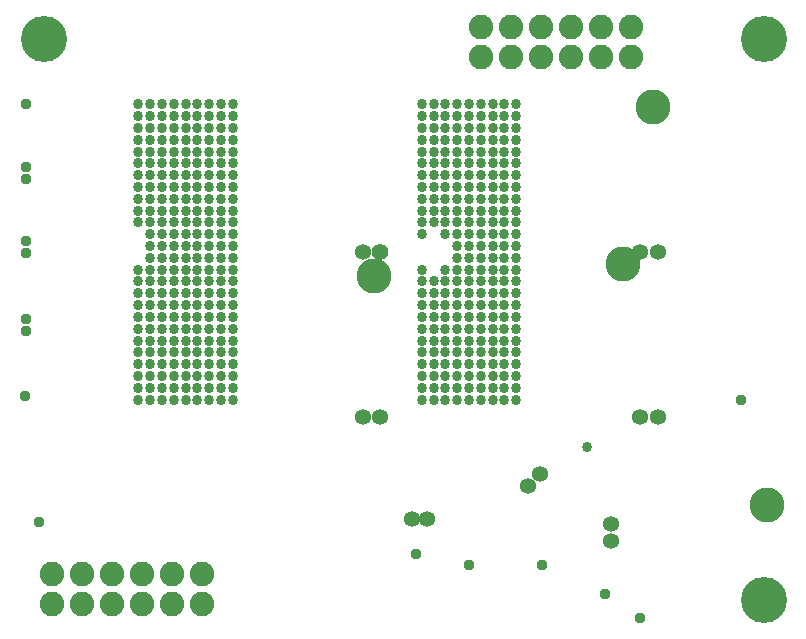
<source format=gbr>
G04 EAGLE Gerber RS-274X export*
G75*
%MOMM*%
%FSLAX34Y34*%
%LPD*%
%INSoldermask Bottom*%
%IPPOS*%
%AMOC8*
5,1,8,0,0,1.08239X$1,22.5*%
G01*
%ADD10C,2.963200*%
%ADD11C,2.082800*%
%ADD12C,3.903200*%
%ADD13C,0.859600*%
%ADD14C,0.959600*%
%ADD15C,1.409600*%
%ADD16C,1.359600*%


D10*
X320000Y315000D03*
X530000Y325000D03*
X556000Y458000D03*
X652000Y121000D03*
D11*
X47000Y37000D03*
X47000Y62400D03*
X72400Y37000D03*
X72400Y62400D03*
X97800Y37000D03*
X97800Y62400D03*
X123200Y37000D03*
X123200Y62400D03*
X148600Y37000D03*
X148600Y62400D03*
X174000Y37000D03*
X174000Y62400D03*
X410000Y500000D03*
X410000Y525400D03*
X435400Y500000D03*
X435400Y525400D03*
X460800Y500000D03*
X460800Y525400D03*
X486200Y500000D03*
X486200Y525400D03*
X511600Y500000D03*
X511600Y525400D03*
X537000Y500000D03*
X537000Y525400D03*
D12*
X650000Y40000D03*
X40000Y515000D03*
X650000Y515000D03*
D13*
X360000Y460000D03*
X360000Y450000D03*
X360000Y440000D03*
X360000Y430000D03*
X360000Y420000D03*
X360000Y410000D03*
X360000Y400000D03*
X360000Y390000D03*
X360000Y380000D03*
X360000Y370000D03*
X360000Y360000D03*
X360000Y350000D03*
X370000Y360000D03*
X370000Y370000D03*
X370000Y380000D03*
X370000Y390000D03*
X370000Y400000D03*
X370000Y410000D03*
X370000Y420000D03*
X370000Y430000D03*
X370000Y440000D03*
X370000Y450000D03*
X370000Y460000D03*
X380000Y460000D03*
X380000Y450000D03*
X380000Y440000D03*
X380000Y430000D03*
X380000Y420000D03*
X380000Y410000D03*
X380000Y400000D03*
X380000Y390000D03*
X380000Y380000D03*
X380000Y370000D03*
X380000Y360000D03*
X380000Y350000D03*
X390000Y460000D03*
X390000Y450000D03*
X390000Y440000D03*
X390000Y430000D03*
X390000Y420000D03*
X390000Y410000D03*
X390000Y400000D03*
X390000Y390000D03*
X390000Y380000D03*
X390000Y370000D03*
X390000Y360000D03*
X390000Y350000D03*
X390000Y340000D03*
X400000Y340000D03*
X400000Y350000D03*
X400000Y360000D03*
X400000Y370000D03*
X400000Y380000D03*
X400000Y390000D03*
X400000Y400000D03*
X400000Y410000D03*
X400000Y420000D03*
X400000Y430000D03*
X400000Y440000D03*
X400000Y450000D03*
X400000Y460000D03*
X410000Y460000D03*
X410000Y450000D03*
X410000Y440000D03*
X410000Y430000D03*
X410000Y420000D03*
X410000Y410000D03*
X410000Y400000D03*
X410000Y390000D03*
X410000Y380000D03*
X410000Y370000D03*
X410000Y360000D03*
X410000Y350000D03*
X410000Y340000D03*
X420000Y460000D03*
X420000Y450000D03*
X420000Y440000D03*
X420000Y430000D03*
X420000Y420000D03*
X420000Y410000D03*
X420000Y400000D03*
X420000Y390000D03*
X420000Y380000D03*
X420000Y370000D03*
X420000Y360000D03*
X420000Y350000D03*
X420000Y340000D03*
X430000Y340000D03*
X430000Y350000D03*
X430000Y360000D03*
X430000Y370000D03*
X430000Y380000D03*
X430000Y390000D03*
X430000Y400000D03*
X430000Y410000D03*
X430000Y420000D03*
X430000Y430000D03*
X430000Y440000D03*
X430000Y450000D03*
X430000Y460000D03*
X440000Y460000D03*
X440000Y450000D03*
X440000Y440000D03*
X440000Y430000D03*
X440000Y420000D03*
X440000Y410000D03*
X440000Y400000D03*
X440000Y390000D03*
X440000Y380000D03*
X440000Y370000D03*
X440000Y360000D03*
X440000Y350000D03*
X440000Y340000D03*
X360000Y320000D03*
X360000Y310000D03*
X360000Y300000D03*
X360000Y290000D03*
X360000Y280000D03*
X360000Y270000D03*
X360000Y260000D03*
X360000Y250000D03*
X360000Y240000D03*
X360000Y230000D03*
X360000Y220000D03*
X360000Y210000D03*
X370000Y210000D03*
X370000Y220000D03*
X370000Y230000D03*
X370000Y240000D03*
X370000Y250000D03*
X370000Y260000D03*
X370000Y270000D03*
X370000Y280000D03*
X370000Y290000D03*
X370000Y300000D03*
X370000Y310000D03*
X380000Y320000D03*
X380000Y310000D03*
X380000Y300000D03*
X380000Y290000D03*
X380000Y280000D03*
X380000Y270000D03*
X380000Y260000D03*
X380000Y250000D03*
X380000Y240000D03*
X380000Y230000D03*
X380000Y220000D03*
X380000Y210000D03*
X390000Y330000D03*
X390000Y320000D03*
X390000Y310000D03*
X390000Y300000D03*
X390000Y290000D03*
X390000Y280000D03*
X390000Y270000D03*
X390000Y260000D03*
X390000Y250000D03*
X390000Y240000D03*
X390000Y230000D03*
X390000Y220000D03*
X390000Y210000D03*
X400000Y210000D03*
X400000Y220000D03*
X400000Y230000D03*
X400000Y240000D03*
X400000Y250000D03*
X400000Y260000D03*
X400000Y270000D03*
X400000Y280000D03*
X400000Y290000D03*
X400000Y300000D03*
X400000Y310000D03*
X400000Y320000D03*
X400000Y330000D03*
X410000Y330000D03*
X410000Y320000D03*
X410000Y310000D03*
X410000Y300000D03*
X410000Y290000D03*
X410000Y280000D03*
X410000Y270000D03*
X410000Y260000D03*
X410000Y250000D03*
X410000Y240000D03*
X410000Y230000D03*
X410000Y220000D03*
X410000Y210000D03*
X420000Y330000D03*
X420000Y320000D03*
X420000Y310000D03*
X420000Y300000D03*
X420000Y290000D03*
X420000Y280000D03*
X420000Y270000D03*
X420000Y260000D03*
X420000Y250000D03*
X420000Y240000D03*
X420000Y230000D03*
X420000Y220000D03*
X420000Y210000D03*
X430000Y210000D03*
X430000Y220000D03*
X430000Y230000D03*
X430000Y240000D03*
X430000Y250000D03*
X430000Y260000D03*
X430000Y270000D03*
X430000Y280000D03*
X430000Y290000D03*
X430000Y300000D03*
X430000Y310000D03*
X430000Y320000D03*
X430000Y330000D03*
X440000Y330000D03*
X440000Y320000D03*
X440000Y310000D03*
X440000Y300000D03*
X440000Y290000D03*
X440000Y280000D03*
X440000Y270000D03*
X440000Y260000D03*
X440000Y250000D03*
X440000Y240000D03*
X440000Y230000D03*
X440000Y220000D03*
X440000Y210000D03*
D14*
X630000Y210000D03*
D13*
X120000Y460000D03*
X120000Y450000D03*
X120000Y440000D03*
X120000Y430000D03*
X120000Y420000D03*
X120000Y410000D03*
X120000Y400000D03*
X120000Y390000D03*
X120000Y380000D03*
X120000Y370000D03*
X120000Y360000D03*
X130000Y340000D03*
X130000Y350000D03*
X130000Y360000D03*
X130000Y370000D03*
X130000Y380000D03*
X130000Y390000D03*
X130000Y400000D03*
X130000Y410000D03*
X130000Y420000D03*
X130000Y430000D03*
X130000Y440000D03*
X130000Y450000D03*
X130000Y460000D03*
X140000Y460000D03*
X140000Y450000D03*
X140000Y440000D03*
X140000Y430000D03*
X140000Y420000D03*
X140000Y410000D03*
X140000Y400000D03*
X140000Y390000D03*
X140000Y380000D03*
X140000Y370000D03*
X140000Y360000D03*
X140000Y350000D03*
X140000Y340000D03*
X150000Y460000D03*
X150000Y450000D03*
X150000Y440000D03*
X150000Y430000D03*
X150000Y420000D03*
X150000Y410000D03*
X150000Y400000D03*
X150000Y390000D03*
X150000Y380000D03*
X150000Y370000D03*
X150000Y360000D03*
X150000Y350000D03*
X150000Y340000D03*
X160000Y340000D03*
X160000Y350000D03*
X160000Y360000D03*
X160000Y370000D03*
X160000Y380000D03*
X160000Y390000D03*
X160000Y400000D03*
X160000Y410000D03*
X160000Y420000D03*
X160000Y430000D03*
X160000Y440000D03*
X160000Y450000D03*
X160000Y460000D03*
X170000Y460000D03*
X170000Y450000D03*
X170000Y440000D03*
X170000Y430000D03*
X170000Y420000D03*
X170000Y410000D03*
X170000Y400000D03*
X170000Y390000D03*
X170000Y380000D03*
X170000Y370000D03*
X170000Y360000D03*
X170000Y350000D03*
X170000Y340000D03*
X180000Y460000D03*
X180000Y450000D03*
X180000Y440000D03*
X180000Y430000D03*
X180000Y420000D03*
X180000Y410000D03*
X180000Y400000D03*
X180000Y390000D03*
X180000Y380000D03*
X180000Y370000D03*
X180000Y360000D03*
X180000Y350000D03*
X180000Y340000D03*
X190000Y340000D03*
X190000Y350000D03*
X190000Y360000D03*
X190000Y370000D03*
X190000Y380000D03*
X190000Y390000D03*
X190000Y400000D03*
X190000Y410000D03*
X190000Y420000D03*
X190000Y430000D03*
X190000Y440000D03*
X190000Y450000D03*
X190000Y460000D03*
X200000Y460000D03*
X200000Y450000D03*
X200000Y440000D03*
X200000Y430000D03*
X200000Y420000D03*
X200000Y410000D03*
X200000Y400000D03*
X200000Y390000D03*
X200000Y380000D03*
X200000Y370000D03*
X200000Y360000D03*
X200000Y350000D03*
X200000Y340000D03*
X120000Y320000D03*
X120000Y310000D03*
X120000Y300000D03*
X120000Y290000D03*
X120000Y280000D03*
X120000Y270000D03*
X120000Y260000D03*
X120000Y250000D03*
X120000Y240000D03*
X120000Y230000D03*
X120000Y220000D03*
X120000Y210000D03*
X130000Y210000D03*
X130000Y220000D03*
X130000Y230000D03*
X130000Y240000D03*
X130000Y250000D03*
X130000Y260000D03*
X130000Y270000D03*
X130000Y280000D03*
X130000Y290000D03*
X130000Y300000D03*
X130000Y310000D03*
X130000Y320000D03*
X130000Y330000D03*
X140000Y330000D03*
X140000Y320000D03*
X140000Y310000D03*
X140000Y300000D03*
X140000Y290000D03*
X140000Y280000D03*
X140000Y270000D03*
X140000Y260000D03*
X140000Y250000D03*
X140000Y240000D03*
X140000Y230000D03*
X140000Y220000D03*
X140000Y210000D03*
X150000Y330000D03*
X150000Y320000D03*
X150000Y310000D03*
X150000Y300000D03*
X150000Y290000D03*
X150000Y280000D03*
X150000Y270000D03*
X150000Y260000D03*
X150000Y250000D03*
X150000Y240000D03*
X150000Y230000D03*
X150000Y220000D03*
X150000Y210000D03*
X160000Y210000D03*
X160000Y220000D03*
X160000Y230000D03*
X160000Y240000D03*
X160000Y250000D03*
X160000Y260000D03*
X160000Y270000D03*
X160000Y280000D03*
X160000Y290000D03*
X160000Y300000D03*
X160000Y310000D03*
X160000Y320000D03*
X160000Y330000D03*
X170000Y330000D03*
X170000Y320000D03*
X170000Y310000D03*
X170000Y300000D03*
X170000Y290000D03*
X170000Y280000D03*
X170000Y270000D03*
X170000Y260000D03*
X170000Y250000D03*
X170000Y240000D03*
X170000Y230000D03*
X170000Y220000D03*
X170000Y210000D03*
X180000Y330000D03*
X180000Y320000D03*
X180000Y310000D03*
X180000Y300000D03*
X180000Y290000D03*
X180000Y280000D03*
X180000Y270000D03*
X180000Y260000D03*
X180000Y250000D03*
X180000Y240000D03*
X180000Y230000D03*
X180000Y220000D03*
X180000Y210000D03*
X190000Y210000D03*
X190000Y220000D03*
X190000Y230000D03*
X190000Y240000D03*
X190000Y250000D03*
X190000Y260000D03*
X190000Y270000D03*
X190000Y280000D03*
X190000Y290000D03*
X190000Y300000D03*
X190000Y310000D03*
X190000Y320000D03*
X190000Y330000D03*
X200000Y330000D03*
X200000Y320000D03*
X200000Y310000D03*
X200000Y300000D03*
X200000Y290000D03*
X200000Y280000D03*
X200000Y270000D03*
X200000Y260000D03*
X200000Y250000D03*
X200000Y240000D03*
X200000Y230000D03*
X200000Y220000D03*
X200000Y210000D03*
D14*
X36000Y106000D03*
D15*
X325000Y335000D03*
D16*
X364166Y108834D03*
X352166Y108834D03*
X310000Y195000D03*
X310000Y335000D03*
X325000Y195000D03*
D14*
X355000Y79000D03*
D16*
X450000Y137000D03*
X460000Y147000D03*
X545000Y195000D03*
X560000Y195000D03*
X560000Y335000D03*
X545000Y335000D03*
X520000Y90000D03*
X520000Y105000D03*
D13*
X500000Y170000D03*
D14*
X25000Y268000D03*
X25000Y278000D03*
X25000Y334000D03*
X25000Y344000D03*
X25000Y397000D03*
X25000Y407000D03*
X25000Y460000D03*
X24000Y213000D03*
X515000Y45000D03*
X545000Y25000D03*
X462000Y70000D03*
X400000Y70000D03*
M02*

</source>
